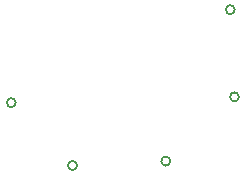
<source format=gbr>
G04 #@! TF.GenerationSoftware,KiCad,Pcbnew,(5.1.2)-2*
G04 #@! TF.CreationDate,2020-06-24T22:01:00-05:00*
G04 #@! TF.ProjectId,HallSensorDevBoard,48616c6c-5365-46e7-936f-72446576426f,rev?*
G04 #@! TF.SameCoordinates,Original*
G04 #@! TF.FileFunction,Legend,Bot*
G04 #@! TF.FilePolarity,Positive*
%FSLAX46Y46*%
G04 Gerber Fmt 4.6, Leading zero omitted, Abs format (unit mm)*
G04 Created by KiCad (PCBNEW (5.1.2)-2) date 2020-06-24 22:01:00*
%MOMM*%
%LPD*%
G04 APERTURE LIST*
%ADD10C,0.152400*%
G04 APERTURE END LIST*
D10*
X113157000Y-92837000D02*
G75*
G03X113157000Y-92837000I-381000J0D01*
G01*
X118344854Y-98151854D02*
G75*
G03X118344854Y-98151854I-381000J0D01*
G01*
X126238000Y-97790000D02*
G75*
G03X126238000Y-97790000I-381000J0D01*
G01*
X132060854Y-92348146D02*
G75*
G03X132060854Y-92348146I-381000J0D01*
G01*
X131699000Y-84963000D02*
G75*
G03X131699000Y-84963000I-381000J0D01*
G01*
M02*

</source>
